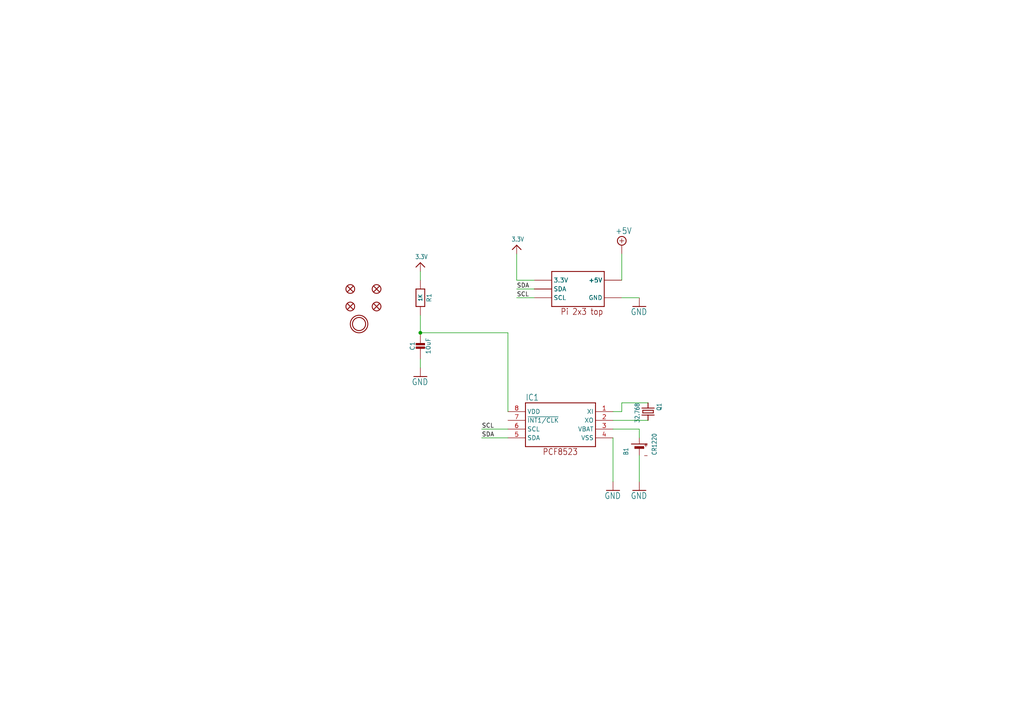
<source format=kicad_sch>
(kicad_sch (version 20211123) (generator eeschema)
  (paper "A4")
  (lib_symbols
    (symbol "eagleSchem-eagle-import:+5V" (power)
      (property "Value" "+5V" (at -1.905 3.175 0))
      (symbol "+5V_1_0"
        (polyline (pts (xy -0.635 1.27) (xy 0.635 1.27)) (stroke (width 0.1524)))
        (polyline (pts (xy 0 0.635) (xy 0 1.905)) (stroke (width 0.1524)))
        (circle (center 0 1.27) (radius 1.27) (stroke (width 0.254)))
        (pin power_in line (at 0 -2.54 90) (length 2.54) (name "+5V") (number "1"))
      )
    )
    (symbol "eagleSchem-eagle-import:3.3V" (power)
      (property "Value" "3.3V" (at -1.524 1.016 0))
      (symbol "3.3V_1_0"
        (polyline (pts (xy -1.27 -1.27) (xy 0 0)) (stroke (width 0.254)))
        (polyline (pts (xy 0 0) (xy 1.27 -1.27)) (stroke (width 0.254)))
        (pin power_in line (at 0 -2.54 90) (length 2.54) (name "3.3V") (number "1"))
      )
    )
    (symbol "eagleSchem-eagle-import:BATTERYCR1220_SMT"
      (property "Reference" "B" (at -2.54 3.175 0))
      (property "Value" "BATTERYCR1220_SMT" (at -2.54 -5.08 0))
      (symbol "BATTERYCR1220_SMT_1_0"
        (polyline (pts (xy -2.54 0) (xy -0.635 0)) (stroke (width 0.1524)))
        (polyline (pts (xy -0.508 -1.27) (xy -0.508 1.27)) (stroke (width 0.254)))
        (polyline (pts (xy -0.508 1.27) (xy -0.254 1.27)) (stroke (width 0.254)))
        (polyline (pts (xy -0.254 -1.27) (xy -0.508 -1.27)) (stroke (width 0.254)))
        (polyline (pts (xy -0.254 1.27) (xy -0.254 -1.27)) (stroke (width 0.254)))
        (polyline (pts (xy -0.254 1.27) (xy 0 1.27)) (stroke (width 0.254)))
        (polyline (pts (xy 0 -1.27) (xy -0.254 -1.27)) (stroke (width 0.254)))
        (polyline (pts (xy 0 1.27) (xy 0 -1.27)) (stroke (width 0.254)))
        (polyline (pts (xy 0.762 2.286) (xy 0.762 -2.286)) (stroke (width 0.254)))
        (polyline (pts (xy 0.889 0) (xy 2.54 0)) (stroke (width 0.1524)))
        (text "+" (at 1.27 -1.143 900) (effects (font (size 1.27 1.0795)) (justify right top)))
        (text "-" (at -1.778 -1.143 900) (effects (font (size 1.27 1.0795)) (justify right top)))
        (pin passive line (at 2.54 0 180) (length 0) (name "+") (number "+$1"))
        (pin passive line (at 2.54 0 180) (length 0) (name "+") (number "+$2"))
        (pin passive line (at -2.54 0 0) (length 0) (name "-") (number "-"))
      )
    )
    (symbol "eagleSchem-eagle-import:CAP_CERAMIC0805-NOOUTLINE"
      (property "Reference" "C" (at -2.29 1.25 90))
      (property "Value" "CAP_CERAMIC0805-NOOUTLINE" (at 2.3 1.25 90))
      (symbol "CAP_CERAMIC0805-NOOUTLINE_1_0"
        (rectangle (start -1.27 0.508) (end 1.27 1.016) (fill (type outline)))
        (rectangle (start -1.27 1.524) (end 1.27 2.032) (fill (type outline)))
        (polyline (pts (xy 0 0.762) (xy 0 0)) (stroke (width 0.1524)))
        (polyline (pts (xy 0 2.54) (xy 0 1.778)) (stroke (width 0.1524)))
        (pin passive line (at 0 5.08 270) (length 2.54) (name "1") (number "1"))
        (pin passive line (at 0 -2.54 90) (length 2.54) (name "2") (number "2"))
      )
    )
    (symbol "eagleSchem-eagle-import:CRYSTAL8.0X3.8"
      (property "Reference" "Y" (at -2.54 2.54 0))
      (property "Value" "CRYSTAL8.0X3.8" (at -2.54 -3.81 0))
      (symbol "CRYSTAL8.0X3.8_1_0"
        (polyline (pts (xy -2.54 0) (xy -1.016 0)) (stroke (width 0.254)))
        (polyline (pts (xy -1.016 0) (xy -1.016 -1.778)) (stroke (width 0.254)))
        (polyline (pts (xy -1.016 1.778) (xy -1.016 0)) (stroke (width 0.254)))
        (polyline (pts (xy -0.381 -1.524) (xy 0.381 -1.524)) (stroke (width 0.254)))
        (polyline (pts (xy -0.381 1.524) (xy -0.381 -1.524)) (stroke (width 0.254)))
        (polyline (pts (xy 0.381 -1.524) (xy 0.381 1.524)) (stroke (width 0.254)))
        (polyline (pts (xy 0.381 1.524) (xy -0.381 1.524)) (stroke (width 0.254)))
        (polyline (pts (xy 1.016 0) (xy 1.016 -1.778)) (stroke (width 0.254)))
        (polyline (pts (xy 1.016 1.778) (xy 1.016 0)) (stroke (width 0.254)))
        (polyline (pts (xy 2.54 0) (xy 1.016 0)) (stroke (width 0.254)))
        (pin passive line (at -2.54 0 0) (length 0) (name "1") (number "P$1"))
        (pin passive line (at 2.54 0 180) (length 0) (name "2") (number "P$4"))
      )
    )
    (symbol "eagleSchem-eagle-import:FIDUCIAL_1MM"
      (symbol "FIDUCIAL_1MM_1_0"
        (polyline (pts (xy -0.762 0.762) (xy 0.762 -0.762)) (stroke (width 0.254)))
        (polyline (pts (xy 0.762 0.762) (xy -0.762 -0.762)) (stroke (width 0.254)))
        (circle (center 0 0) (radius 1.27) (stroke (width 0.254)))
      )
    )
    (symbol "eagleSchem-eagle-import:GND" (power)
      (property "Value" "GND" (at -2.54 -2.54 0))
      (symbol "GND_1_0"
        (polyline (pts (xy -1.905 0) (xy 1.905 0)) (stroke (width 0.254)))
        (pin power_in line (at 0 2.54 270) (length 2.54) (name "GND") (number "1"))
      )
    )
    (symbol "eagleSchem-eagle-import:MOUNTINGHOLE3.0THIN"
      (symbol "MOUNTINGHOLE3.0THIN_1_0"
        (circle (center 0 0) (radius 1.905) (stroke (width 0.254)))
        (circle (center 0 0) (radius 2.54) (stroke (width 0.254)))
      )
    )
    (symbol "eagleSchem-eagle-import:RASPBERRYPI_2X3"
      (symbol "RASPBERRYPI_2X3_1_0"
        (polyline (pts (xy -7.62 -5.08) (xy -7.62 5.08)) (stroke (width 0.254)))
        (polyline (pts (xy -7.62 5.08) (xy 7.62 5.08)) (stroke (width 0.254)))
        (polyline (pts (xy 7.62 -5.08) (xy -7.62 -5.08)) (stroke (width 0.254)))
        (polyline (pts (xy 7.62 5.08) (xy 7.62 -5.08)) (stroke (width 0.254)))
        (text "Pi 2x3 top" (at -5.08 -7.62 0) (effects (font (size 1.778 1.5113)) (justify left bottom)))
        (pin bidirectional line (at -12.7 2.54 0) (length 5.08) (name "3.3V") (number "1"))
        (pin bidirectional line (at -12.7 2.54 0) (length 5.08) (name "3.3V") (number "1'"))
        (pin bidirectional line (at 12.7 2.54 180) (length 5.08) (name "+5V") (number "2"))
        (pin bidirectional line (at 12.7 2.54 180) (length 5.08) (name "+5V") (number "2'"))
        (pin bidirectional line (at -12.7 0 0) (length 5.08) (name "SDA") (number "3"))
        (pin bidirectional line (at -12.7 0 0) (length 5.08) (name "SDA") (number "3'"))
        (pin bidirectional line (at 12.7 2.54 180) (length 5.08) (name "+5V") (number "4"))
        (pin bidirectional line (at 12.7 2.54 180) (length 5.08) (name "+5V") (number "4'"))
        (pin bidirectional line (at -12.7 -2.54 0) (length 5.08) (name "SCL") (number "5"))
        (pin bidirectional line (at -12.7 -2.54 0) (length 5.08) (name "SCL") (number "5'"))
        (pin bidirectional line (at 12.7 -2.54 180) (length 5.08) (name "GND") (number "6"))
        (pin bidirectional line (at 12.7 -2.54 180) (length 5.08) (name "GND") (number "6'"))
      )
    )
    (symbol "eagleSchem-eagle-import:RESISTOR0805_NOOUTLINE"
      (property "Reference" "R" (at 0 2.54 0))
      (property "Value" "RESISTOR0805_NOOUTLINE" (at 0 0 0))
      (symbol "RESISTOR0805_NOOUTLINE_1_0"
        (polyline (pts (xy -2.54 -1.27) (xy -2.54 1.27)) (stroke (width 0.254)))
        (polyline (pts (xy -2.54 1.27) (xy 2.54 1.27)) (stroke (width 0.254)))
        (polyline (pts (xy 2.54 -1.27) (xy -2.54 -1.27)) (stroke (width 0.254)))
        (polyline (pts (xy 2.54 1.27) (xy 2.54 -1.27)) (stroke (width 0.254)))
        (pin passive line (at -5.08 0 0) (length 2.54) (name "1") (number "1"))
        (pin passive line (at 5.08 0 180) (length 2.54) (name "2") (number "2"))
      )
    )
    (symbol "eagleSchem-eagle-import:RTC_PCF8523T"
      (property "Reference" "IC" (at 10.16 7.62 0))
      (symbol "RTC_PCF8523T_1_0"
        (polyline (pts (xy -10.16 -7.62) (xy -10.16 5.08)) (stroke (width 0.254)))
        (polyline (pts (xy -10.16 5.08) (xy 10.16 5.08)) (stroke (width 0.254)))
        (polyline (pts (xy 10.16 -7.62) (xy -10.16 -7.62)) (stroke (width 0.254)))
        (polyline (pts (xy 10.16 5.08) (xy 10.16 -7.62)) (stroke (width 0.254)))
        (text "PCF8523" (at -5.08 -10.16 0) (effects (font (size 1.778 1.5113)) (justify left bottom)))
        (pin input line (at -15.24 2.54 0) (length 5.08) (name "XI") (number "1"))
        (pin output line (at -15.24 0 0) (length 5.08) (name "XO") (number "2"))
        (pin power_in line (at -15.24 -2.54 0) (length 5.08) (name "VBAT") (number "3"))
        (pin power_in line (at -15.24 -5.08 0) (length 5.08) (name "VSS") (number "4"))
        (pin bidirectional line (at 15.24 -5.08 180) (length 5.08) (name "SDA") (number "5"))
        (pin bidirectional line (at 15.24 -2.54 180) (length 5.08) (name "SCL") (number "6"))
        (pin output line (at 15.24 0 180) (length 5.08) (name "~{INT1/CLK}") (number "7"))
        (pin power_in line (at 15.24 2.54 180) (length 5.08) (name "VDD") (number "8"))
      )
    )
  )
  (junction (at 121.92 96.52))
  (wire (pts (xy 185.42 124.46) (xy 177.8 124.46)))
  (wire (pts (xy 187.96 116.84) (xy 180.34 116.84)))
  (wire (pts (xy 177.8 139.7) (xy 177.8 127)))
  (wire (pts (xy 185.42 132.08) (xy 185.42 139.7)))
  (wire (pts (xy 147.32 96.52) (xy 147.32 119.38)))
  (wire (pts (xy 180.34 116.84) (xy 180.34 119.38)))
  (wire (pts (xy 154.94 81.28) (xy 149.86 81.28)))
  (wire (pts (xy 180.34 119.38) (xy 177.8 119.38)))
  (wire (pts (xy 180.34 86.36) (xy 185.42 86.36)))
  (wire (pts (xy 121.92 78.74) (xy 121.92 81.28)))
  (wire (pts (xy 149.86 81.28) (xy 149.86 73.66)))
  (wire (pts (xy 121.92 96.52) (xy 147.32 96.52)))
  (wire (pts (xy 147.32 127) (xy 139.7 127)))
  (wire (pts (xy 149.86 86.36) (xy 154.94 86.36)))
  (wire (pts (xy 121.92 91.44) (xy 121.92 96.52)))
  (wire (pts (xy 180.34 73.66) (xy 180.34 81.28)))
  (wire (pts (xy 154.94 83.82) (xy 149.86 83.82)))
  (wire (pts (xy 187.96 121.92) (xy 177.8 121.92)))
  (wire (pts (xy 121.92 106.68) (xy 121.92 104.14)))
  (wire (pts (xy 147.32 124.46) (xy 139.7 124.46)))
  (wire (pts (xy 185.42 127) (xy 185.42 124.46)))
  (label "SDA" (at 149.86 83.82 0) (effects (font (size 1.2446 1.2446))))
  (label "SCL" (at 139.7 124.46 0) (effects (font (size 1.2446 1.2446))))
  (label "SDA" (at 139.7 127 0) (effects (font (size 1.2446 1.2446))))
  (label "SCL" (at 149.86 86.36 0) (effects (font (size 1.2446 1.2446))))
  (symbol (lib_id "eagleSchem-eagle-import:RTC_PCF8523T") (at 162.56 121.92 0) (mirror y) (unit 1)
    (property "Reference" "IC1" (at 152.4 114.3 0) (effects (font (size 1.778 1.5113)) (justify right top)))
    (property "Value" "RTC_PCF8523T" (effects hide))
    (property "Footprint" "eagleSchem:SOIC8_150MIL" (effects hide))
  )
  (symbol (lib_id "eagleSchem-eagle-import:CAP_CERAMIC0805-NOOUTLINE") (at 121.92 101.6 0) (unit 1)
    (property "Reference" "C1" (at 119.63 100.35 90))
    (property "Value" "10uF" (at 124.22 100.35 90))
    (property "Footprint" "eagleSchem:0805-NO" (effects hide))
  )
  (symbol (lib_id "eagleSchem-eagle-import:CRYSTAL8.0X3.8") (at 187.96 119.38 270) (unit 1)
    (property "Reference" "Q1" (at 190.5 116.84 0) (effects (font (size 1.27 1.0795)) (justify left bottom)))
    (property "Value" "32.768" (at 184.15 116.84 0) (effects (font (size 1.27 1.0795)) (justify left bottom)))
    (property "Footprint" "eagleSchem:CRYSTAL_8X3.8" (effects hide))
  )
  (symbol (lib_id "eagleSchem-eagle-import:RESISTOR0805_NOOUTLINE") (at 121.92 86.36 270) (unit 1)
    (property "Reference" "R1" (at 124.46 86.36 0))
    (property "Value" "1K" (at 121.92 86.36 0) (effects (font (size 1.016 1.016) bold)))
    (property "Footprint" "eagleSchem:0805-NO" (effects hide))
  )
  (symbol (lib_id "eagleSchem-eagle-import:FIDUCIAL_1MM") (at 101.6 83.82 0) (unit 1)
    (property "Reference" "FID3" (effects hide))
    (property "Value" "FIDUCIAL_1MM" (effects hide))
    (property "Footprint" "eagleSchem:FIDUCIAL_1MM" (effects hide))
  )
  (symbol (lib_id "eagleSchem-eagle-import:BATTERYCR1220_SMT") (at 185.42 129.54 90) (unit 1)
    (property "Reference" "B1" (at 182.245 132.08 0) (effects (font (size 1.27 1.0795)) (justify left bottom)))
    (property "Value" "CR1220" (at 190.5 132.08 0) (effects (font (size 1.27 1.0795)) (justify left bottom)))
    (property "Footprint" "eagleSchem:CR1220" (effects hide))
  )
  (symbol (lib_id "eagleSchem-eagle-import:RASPBERRYPI_2X3") (at 167.64 83.82 0) (unit 1)
    (property "Reference" "RPI1" (effects hide))
    (property "Value" "RASPBERRYPI_2X3" (effects hide))
    (property "Footprint" "eagleSchem:RASPBERRYPI_2X3_THMSMT" (effects hide))
  )
  (symbol (lib_id "eagleSchem-eagle-import:GND") (at 121.92 109.22 0) (unit 1)
    (property "Reference" "#GND2" (effects hide))
    (property "Value" "GND" (at 119.38 111.76 0) (effects (font (size 1.778 1.5113)) (justify left bottom)))
    (property "Footprint" "eagleSchem:" (effects hide))
  )
  (symbol (lib_id "eagleSchem-eagle-import:FIDUCIAL_1MM") (at 109.22 83.82 0) (unit 1)
    (property "Reference" "FID4" (effects hide))
    (property "Value" "FIDUCIAL_1MM" (effects hide))
    (property "Footprint" "eagleSchem:FIDUCIAL_1MM" (effects hide))
  )
  (symbol (lib_id "eagleSchem-eagle-import:+5V") (at 180.34 71.12 0) (unit 1)
    (property "Reference" "#SUPPLY1" (effects hide))
    (property "Value" "+5V" (at 178.435 67.945 0) (effects (font (size 1.778 1.5113)) (justify left bottom)))
    (property "Footprint" "eagleSchem:" (effects hide))
  )
  (symbol (lib_id "eagleSchem-eagle-import:MOUNTINGHOLE3.0THIN") (at 104.14 93.98 0) (unit 1)
    (property "Reference" "U$4" (effects hide))
    (property "Value" "MOUNTINGHOLE3.0THIN" (effects hide))
    (property "Footprint" "eagleSchem:MOUNTINGHOLE_3.0_PLATEDTHIN" (effects hide))
  )
  (symbol (lib_id "eagleSchem-eagle-import:GND") (at 185.42 142.24 0) (unit 1)
    (property "Reference" "#GND17" (effects hide))
    (property "Value" "GND" (at 182.88 144.78 0) (effects (font (size 1.778 1.5113)) (justify left bottom)))
    (property "Footprint" "eagleSchem:" (effects hide))
  )
  (symbol (lib_id "eagleSchem-eagle-import:3.3V") (at 149.86 71.12 0) (unit 1)
    (property "Reference" "#U$5" (effects hide))
    (property "Value" "3.3V" (at 148.336 70.104 0) (effects (font (size 1.27 1.0795)) (justify left bottom)))
    (property "Footprint" "eagleSchem:" (effects hide))
  )
  (symbol (lib_id "eagleSchem-eagle-import:GND") (at 185.42 88.9 0) (unit 1)
    (property "Reference" "#GND3" (effects hide))
    (property "Value" "GND" (at 182.88 91.44 0) (effects (font (size 1.778 1.5113)) (justify left bottom)))
    (property "Footprint" "eagleSchem:" (effects hide))
  )
  (symbol (lib_id "eagleSchem-eagle-import:FIDUCIAL_1MM") (at 101.6 88.9 0) (unit 1)
    (property "Reference" "FID1" (effects hide))
    (property "Value" "FIDUCIAL_1MM" (effects hide))
    (property "Footprint" "eagleSchem:FIDUCIAL_1MM" (effects hide))
  )
  (symbol (lib_id "eagleSchem-eagle-import:GND") (at 177.8 142.24 0) (unit 1)
    (property "Reference" "#GND16" (effects hide))
    (property "Value" "GND" (at 175.26 144.78 0) (effects (font (size 1.778 1.5113)) (justify left bottom)))
    (property "Footprint" "eagleSchem:" (effects hide))
  )
  (symbol (lib_id "eagleSchem-eagle-import:FIDUCIAL_1MM") (at 109.22 88.9 0) (unit 1)
    (property "Reference" "FID2" (effects hide))
    (property "Value" "FIDUCIAL_1MM" (effects hide))
    (property "Footprint" "eagleSchem:FIDUCIAL_1MM" (effects hide))
  )
  (symbol (lib_id "eagleSchem-eagle-import:3.3V") (at 121.92 76.2 0) (unit 1)
    (property "Reference" "#U$1" (effects hide))
    (property "Value" "3.3V" (at 120.396 75.184 0) (effects (font (size 1.27 1.0795)) (justify left bottom)))
    (property "Footprint" "eagleSchem:" (effects hide))
  )
)
</source>
